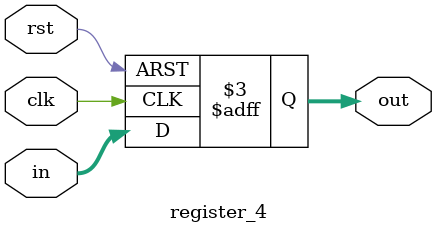
<source format=v>
`timescale 1ps/1ps

module register_4 (in, out, rst, clk);

	input rst, clk;
	input [3:0] in;
	output [3:0] out;
	reg [3:0] out;

  always @ (negedge rst or posedge clk) begin
  
  	if(rst == 0)begin
  		out <= #1 4'b0000;
  	end
    else begin
    	out <= #1 in;
    end
  end

endmodule

</source>
